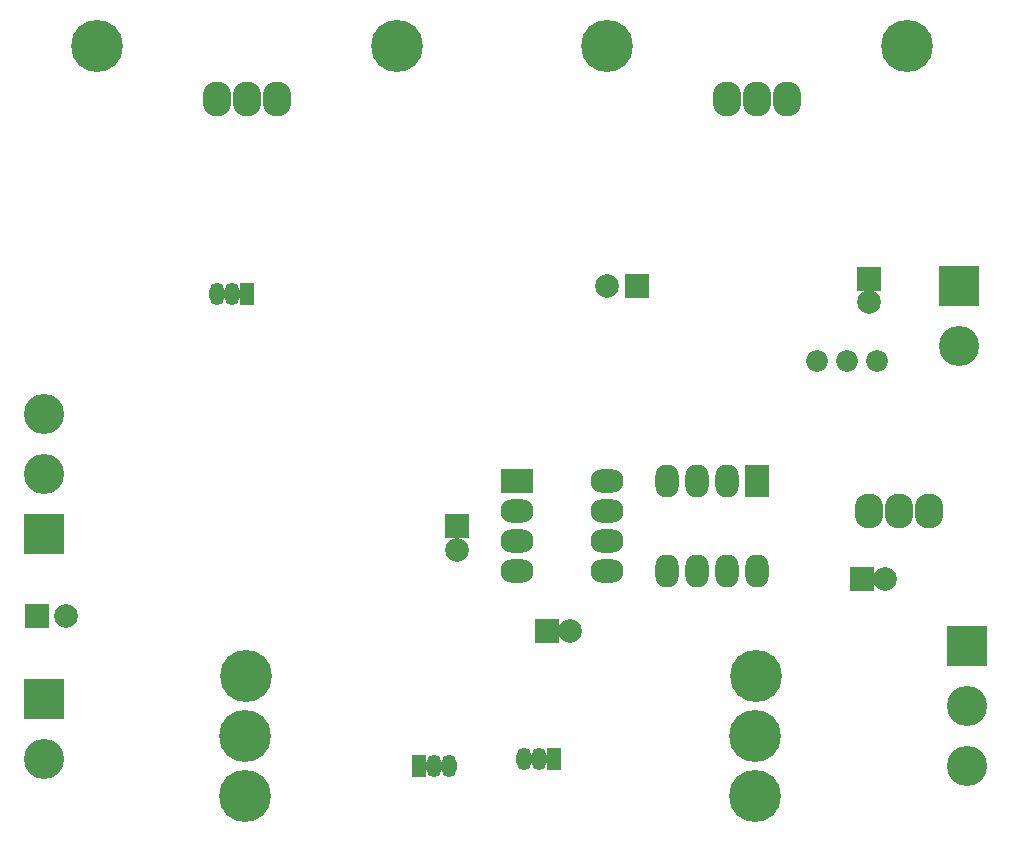
<source format=gbs>
G04 #@! TF.FileFunction,Soldermask,Bot*
%FSLAX46Y46*%
G04 Gerber Fmt 4.6, Leading zero omitted, Abs format (unit mm)*
G04 Created by KiCad (PCBNEW 4.0.5) date Sat Mar 18 13:09:48 2017*
%MOMM*%
%LPD*%
G01*
G04 APERTURE LIST*
%ADD10C,0.100000*%
%ADD11R,2.000000X2.000000*%
%ADD12C,2.000000*%
%ADD13C,4.400000*%
%ADD14R,3.400000X3.400000*%
%ADD15C,3.400000*%
%ADD16C,1.840000*%
%ADD17R,2.000000X2.800000*%
%ADD18O,2.000000X2.800000*%
%ADD19O,2.432000X2.940000*%
%ADD20O,1.299160X1.901140*%
%ADD21R,1.299160X1.901140*%
%ADD22R,2.800000X2.000000*%
%ADD23O,2.800000X2.000000*%
G04 APERTURE END LIST*
D10*
D11*
X202565000Y-90805000D03*
D12*
X202565000Y-92805000D03*
D11*
X132080000Y-119380000D03*
D12*
X134580000Y-119380000D03*
D11*
X182880000Y-91440000D03*
D12*
X180380000Y-91440000D03*
D11*
X167640000Y-111760000D03*
D12*
X167640000Y-113760000D03*
D11*
X175260000Y-120650000D03*
D12*
X177260000Y-120650000D03*
D11*
X201930000Y-116205000D03*
D12*
X203930000Y-116205000D03*
D13*
X180340000Y-71120000D03*
X205740000Y-71120000D03*
X137160000Y-71120000D03*
X162560000Y-71120000D03*
D14*
X210185000Y-91440000D03*
D15*
X210185000Y-96520000D03*
D14*
X132715000Y-126365000D03*
D15*
X132715000Y-131445000D03*
D14*
X132715000Y-112395000D03*
D15*
X132715000Y-107315000D03*
X132715000Y-102235000D03*
D14*
X210820000Y-121920000D03*
D15*
X210820000Y-127000000D03*
X210820000Y-132080000D03*
D16*
X198120000Y-97790000D03*
X200660000Y-97790000D03*
X203200000Y-97790000D03*
D13*
X192925000Y-134610000D03*
X192935000Y-129520000D03*
X192945000Y-124460000D03*
X149745000Y-134610000D03*
X149755000Y-129520000D03*
X149765000Y-124460000D03*
D17*
X193040000Y-107950000D03*
D18*
X185420000Y-115570000D03*
X190500000Y-107950000D03*
X187960000Y-115570000D03*
X187960000Y-107950000D03*
X190500000Y-115570000D03*
X185420000Y-107950000D03*
X193040000Y-115570000D03*
D19*
X193040000Y-75565000D03*
X195580000Y-75565000D03*
X190500000Y-75565000D03*
X149860000Y-75565000D03*
X152400000Y-75565000D03*
X147320000Y-75565000D03*
D20*
X148590000Y-92075000D03*
X147320000Y-92075000D03*
D21*
X149860000Y-92075000D03*
D20*
X174625000Y-131445000D03*
X173355000Y-131445000D03*
D21*
X175895000Y-131445000D03*
D20*
X165735000Y-132080000D03*
X167005000Y-132080000D03*
D21*
X164465000Y-132080000D03*
D22*
X172720000Y-107950000D03*
D23*
X180340000Y-115570000D03*
X172720000Y-110490000D03*
X180340000Y-113030000D03*
X172720000Y-113030000D03*
X180340000Y-110490000D03*
X172720000Y-115570000D03*
X180340000Y-107950000D03*
D19*
X205105000Y-110490000D03*
X207645000Y-110490000D03*
X202565000Y-110490000D03*
M02*

</source>
